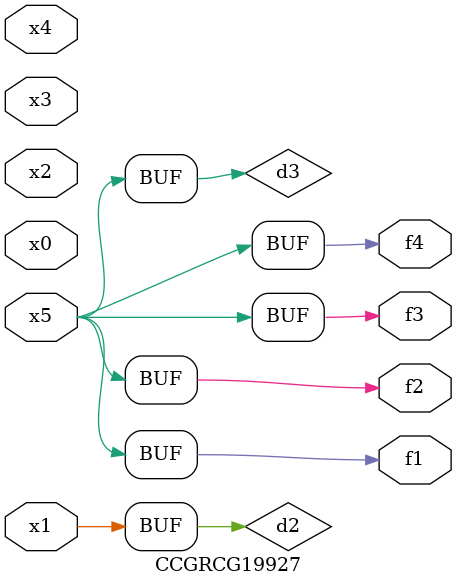
<source format=v>
module CCGRCG19927(
	input x0, x1, x2, x3, x4, x5,
	output f1, f2, f3, f4
);

	wire d1, d2, d3;

	not (d1, x5);
	or (d2, x1);
	xnor (d3, d1);
	assign f1 = d3;
	assign f2 = d3;
	assign f3 = d3;
	assign f4 = d3;
endmodule

</source>
